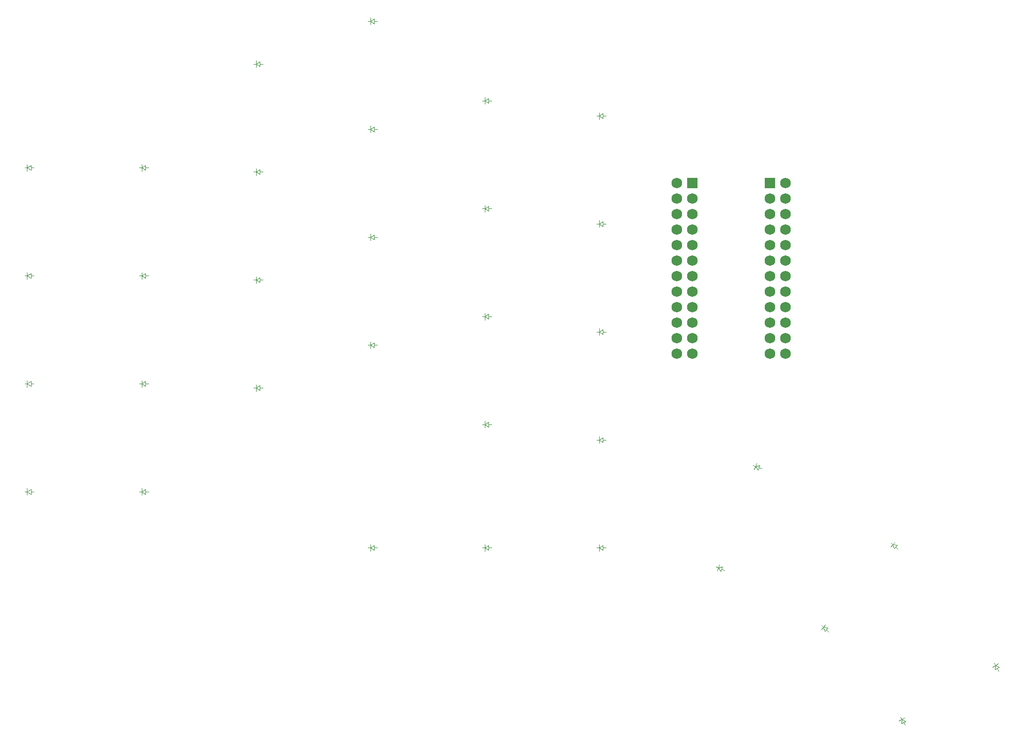
<source format=gbr>
%TF.GenerationSoftware,KiCad,Pcbnew,(6.0.8)*%
%TF.CreationDate,2022-10-04T18:24:03+02:00*%
%TF.ProjectId,board,626f6172-642e-46b6-9963-61645f706362,v1.0.0*%
%TF.SameCoordinates,Original*%
%TF.FileFunction,Legend,Bot*%
%TF.FilePolarity,Positive*%
%FSLAX46Y46*%
G04 Gerber Fmt 4.6, Leading zero omitted, Abs format (unit mm)*
G04 Created by KiCad (PCBNEW (6.0.8)) date 2022-10-04 18:24:03*
%MOMM*%
%LPD*%
G01*
G04 APERTURE LIST*
%ADD10C,0.100000*%
%ADD11R,1.752600X1.752600*%
%ADD12C,1.752600*%
G04 APERTURE END LIST*
D10*
%TO.C,D1*%
X18250000Y-4700000D02*
X18750000Y-4700000D01*
X18250000Y-5100000D02*
X17650000Y-4700000D01*
X18250000Y-4300000D02*
X18250000Y-5100000D01*
X17650000Y-4700000D02*
X18250000Y-4300000D01*
X17650000Y-4700000D02*
X17650000Y-5250000D01*
X17650000Y-4700000D02*
X17650000Y-4150000D01*
X17250000Y-4700000D02*
X17650000Y-4700000D01*
%TO.C,D2*%
X18250000Y12980000D02*
X18750000Y12980000D01*
X18250000Y12580000D02*
X17650000Y12980000D01*
X18250000Y13380000D02*
X18250000Y12580000D01*
X17650000Y12980000D02*
X18250000Y13380000D01*
X17650000Y12980000D02*
X17650000Y12430000D01*
X17650000Y12980000D02*
X17650000Y13530000D01*
X17250000Y12980000D02*
X17650000Y12980000D01*
%TO.C,D3*%
X18250000Y30660000D02*
X18750000Y30660000D01*
X18250000Y30260000D02*
X17650000Y30660000D01*
X18250000Y31060000D02*
X18250000Y30260000D01*
X17650000Y30660000D02*
X18250000Y31060000D01*
X17650000Y30660000D02*
X17650000Y30110000D01*
X17650000Y30660000D02*
X17650000Y31210000D01*
X17250000Y30660000D02*
X17650000Y30660000D01*
%TO.C,D4*%
X18250000Y48340000D02*
X18750000Y48340000D01*
X18250000Y47940000D02*
X17650000Y48340000D01*
X18250000Y48740000D02*
X18250000Y47940000D01*
X17650000Y48340000D02*
X18250000Y48740000D01*
X17650000Y48340000D02*
X17650000Y47790000D01*
X17650000Y48340000D02*
X17650000Y48890000D01*
X17250000Y48340000D02*
X17650000Y48340000D01*
%TO.C,D5*%
X36970000Y-4700000D02*
X37470000Y-4700000D01*
X36970000Y-5100000D02*
X36370000Y-4700000D01*
X36970000Y-4300000D02*
X36970000Y-5100000D01*
X36370000Y-4700000D02*
X36970000Y-4300000D01*
X36370000Y-4700000D02*
X36370000Y-5250000D01*
X36370000Y-4700000D02*
X36370000Y-4150000D01*
X35970000Y-4700000D02*
X36370000Y-4700000D01*
%TO.C,D6*%
X36970000Y12980000D02*
X37470000Y12980000D01*
X36970000Y12580000D02*
X36370000Y12980000D01*
X36970000Y13380000D02*
X36970000Y12580000D01*
X36370000Y12980000D02*
X36970000Y13380000D01*
X36370000Y12980000D02*
X36370000Y12430000D01*
X36370000Y12980000D02*
X36370000Y13530000D01*
X35970000Y12980000D02*
X36370000Y12980000D01*
%TO.C,D7*%
X36970000Y30660000D02*
X37470000Y30660000D01*
X36970000Y30260000D02*
X36370000Y30660000D01*
X36970000Y31060000D02*
X36970000Y30260000D01*
X36370000Y30660000D02*
X36970000Y31060000D01*
X36370000Y30660000D02*
X36370000Y30110000D01*
X36370000Y30660000D02*
X36370000Y31210000D01*
X35970000Y30660000D02*
X36370000Y30660000D01*
%TO.C,D8*%
X36970000Y48340000D02*
X37470000Y48340000D01*
X36970000Y47940000D02*
X36370000Y48340000D01*
X36970000Y48740000D02*
X36970000Y47940000D01*
X36370000Y48340000D02*
X36970000Y48740000D01*
X36370000Y48340000D02*
X36370000Y47790000D01*
X36370000Y48340000D02*
X36370000Y48890000D01*
X35970000Y48340000D02*
X36370000Y48340000D01*
%TO.C,D9*%
X55690000Y12300000D02*
X56190000Y12300000D01*
X55690000Y11900000D02*
X55090000Y12300000D01*
X55690000Y12700000D02*
X55690000Y11900000D01*
X55090000Y12300000D02*
X55690000Y12700000D01*
X55090000Y12300000D02*
X55090000Y11750000D01*
X55090000Y12300000D02*
X55090000Y12850000D01*
X54690000Y12300000D02*
X55090000Y12300000D01*
%TO.C,D10*%
X55690000Y29980000D02*
X56190000Y29980000D01*
X55690000Y29580000D02*
X55090000Y29980000D01*
X55690000Y30380000D02*
X55690000Y29580000D01*
X55090000Y29980000D02*
X55690000Y30380000D01*
X55090000Y29980000D02*
X55090000Y29430000D01*
X55090000Y29980000D02*
X55090000Y30530000D01*
X54690000Y29980000D02*
X55090000Y29980000D01*
%TO.C,D11*%
X55690000Y47660000D02*
X56190000Y47660000D01*
X55690000Y47260000D02*
X55090000Y47660000D01*
X55690000Y48060000D02*
X55690000Y47260000D01*
X55090000Y47660000D02*
X55690000Y48060000D01*
X55090000Y47660000D02*
X55090000Y47110000D01*
X55090000Y47660000D02*
X55090000Y48210000D01*
X54690000Y47660000D02*
X55090000Y47660000D01*
%TO.C,D12*%
X55690000Y65340000D02*
X56190000Y65340000D01*
X55690000Y64940000D02*
X55090000Y65340000D01*
X55690000Y65740000D02*
X55690000Y64940000D01*
X55090000Y65340000D02*
X55690000Y65740000D01*
X55090000Y65340000D02*
X55090000Y64790000D01*
X55090000Y65340000D02*
X55090000Y65890000D01*
X54690000Y65340000D02*
X55090000Y65340000D01*
%TO.C,D13*%
X74410000Y19300000D02*
X74910000Y19300000D01*
X74410000Y18900000D02*
X73810000Y19300000D01*
X74410000Y19700000D02*
X74410000Y18900000D01*
X73810000Y19300000D02*
X74410000Y19700000D01*
X73810000Y19300000D02*
X73810000Y18750000D01*
X73810000Y19300000D02*
X73810000Y19850000D01*
X73410000Y19300000D02*
X73810000Y19300000D01*
%TO.C,D14*%
X74410000Y36980000D02*
X74910000Y36980000D01*
X74410000Y36580000D02*
X73810000Y36980000D01*
X74410000Y37380000D02*
X74410000Y36580000D01*
X73810000Y36980000D02*
X74410000Y37380000D01*
X73810000Y36980000D02*
X73810000Y36430000D01*
X73810000Y36980000D02*
X73810000Y37530000D01*
X73410000Y36980000D02*
X73810000Y36980000D01*
%TO.C,D15*%
X74410000Y54660000D02*
X74910000Y54660000D01*
X74410000Y54260000D02*
X73810000Y54660000D01*
X74410000Y55060000D02*
X74410000Y54260000D01*
X73810000Y54660000D02*
X74410000Y55060000D01*
X73810000Y54660000D02*
X73810000Y54110000D01*
X73810000Y54660000D02*
X73810000Y55210000D01*
X73410000Y54660000D02*
X73810000Y54660000D01*
%TO.C,D16*%
X74410000Y72340000D02*
X74910000Y72340000D01*
X74410000Y71940000D02*
X73810000Y72340000D01*
X74410000Y72740000D02*
X74410000Y71940000D01*
X73810000Y72340000D02*
X74410000Y72740000D01*
X73810000Y72340000D02*
X73810000Y71790000D01*
X73810000Y72340000D02*
X73810000Y72890000D01*
X73410000Y72340000D02*
X73810000Y72340000D01*
%TO.C,D17*%
X93130000Y6300000D02*
X93630000Y6300000D01*
X93130000Y5900000D02*
X92530000Y6300000D01*
X93130000Y6700000D02*
X93130000Y5900000D01*
X92530000Y6300000D02*
X93130000Y6700000D01*
X92530000Y6300000D02*
X92530000Y5750000D01*
X92530000Y6300000D02*
X92530000Y6850000D01*
X92130000Y6300000D02*
X92530000Y6300000D01*
%TO.C,D18*%
X93130000Y23980000D02*
X93630000Y23980000D01*
X93130000Y23580000D02*
X92530000Y23980000D01*
X93130000Y24380000D02*
X93130000Y23580000D01*
X92530000Y23980000D02*
X93130000Y24380000D01*
X92530000Y23980000D02*
X92530000Y23430000D01*
X92530000Y23980000D02*
X92530000Y24530000D01*
X92130000Y23980000D02*
X92530000Y23980000D01*
%TO.C,D19*%
X93130000Y41660000D02*
X93630000Y41660000D01*
X93130000Y41260000D02*
X92530000Y41660000D01*
X93130000Y42060000D02*
X93130000Y41260000D01*
X92530000Y41660000D02*
X93130000Y42060000D01*
X92530000Y41660000D02*
X92530000Y41110000D01*
X92530000Y41660000D02*
X92530000Y42210000D01*
X92130000Y41660000D02*
X92530000Y41660000D01*
%TO.C,D20*%
X93130000Y59340000D02*
X93630000Y59340000D01*
X93130000Y58940000D02*
X92530000Y59340000D01*
X93130000Y59740000D02*
X93130000Y58940000D01*
X92530000Y59340000D02*
X93130000Y59740000D01*
X92530000Y59340000D02*
X92530000Y58790000D01*
X92530000Y59340000D02*
X92530000Y59890000D01*
X92130000Y59340000D02*
X92530000Y59340000D01*
%TO.C,D21*%
X111850000Y3800000D02*
X112350000Y3800000D01*
X111850000Y3400000D02*
X111250000Y3800000D01*
X111850000Y4200000D02*
X111850000Y3400000D01*
X111250000Y3800000D02*
X111850000Y4200000D01*
X111250000Y3800000D02*
X111250000Y3250000D01*
X111250000Y3800000D02*
X111250000Y4350000D01*
X110850000Y3800000D02*
X111250000Y3800000D01*
%TO.C,D22*%
X111850000Y21480000D02*
X112350000Y21480000D01*
X111850000Y21080000D02*
X111250000Y21480000D01*
X111850000Y21880000D02*
X111850000Y21080000D01*
X111250000Y21480000D02*
X111850000Y21880000D01*
X111250000Y21480000D02*
X111250000Y20930000D01*
X111250000Y21480000D02*
X111250000Y22030000D01*
X110850000Y21480000D02*
X111250000Y21480000D01*
%TO.C,D23*%
X111850000Y39160000D02*
X112350000Y39160000D01*
X111850000Y38760000D02*
X111250000Y39160000D01*
X111850000Y39560000D02*
X111850000Y38760000D01*
X111250000Y39160000D02*
X111850000Y39560000D01*
X111250000Y39160000D02*
X111250000Y38610000D01*
X111250000Y39160000D02*
X111250000Y39710000D01*
X110850000Y39160000D02*
X111250000Y39160000D01*
%TO.C,D24*%
X111850000Y56840000D02*
X112350000Y56840000D01*
X111850000Y56440000D02*
X111250000Y56840000D01*
X111850000Y57240000D02*
X111850000Y56440000D01*
X111250000Y56840000D02*
X111850000Y57240000D01*
X111250000Y56840000D02*
X111250000Y56290000D01*
X111250000Y56840000D02*
X111250000Y57390000D01*
X110850000Y56840000D02*
X111250000Y56840000D01*
%TO.C,D25*%
X74410000Y-13880000D02*
X74910000Y-13880000D01*
X74410000Y-14280000D02*
X73810000Y-13880000D01*
X74410000Y-13480000D02*
X74410000Y-14280000D01*
X73810000Y-13880000D02*
X74410000Y-13480000D01*
X73810000Y-13880000D02*
X73810000Y-14430000D01*
X73810000Y-13880000D02*
X73810000Y-13330000D01*
X73410000Y-13880000D02*
X73810000Y-13880000D01*
%TO.C,D26*%
X93130000Y-13880000D02*
X93630000Y-13880000D01*
X93130000Y-14280000D02*
X92530000Y-13880000D01*
X93130000Y-13480000D02*
X93130000Y-14280000D01*
X92530000Y-13880000D02*
X93130000Y-13480000D01*
X92530000Y-13880000D02*
X92530000Y-14430000D01*
X92530000Y-13880000D02*
X92530000Y-13330000D01*
X92130000Y-13880000D02*
X92530000Y-13880000D01*
%TO.C,D27*%
X111850000Y-13880000D02*
X112350000Y-13880000D01*
X111850000Y-14280000D02*
X111250000Y-13880000D01*
X111850000Y-13480000D02*
X111850000Y-14280000D01*
X111250000Y-13880000D02*
X111850000Y-13480000D01*
X111250000Y-13880000D02*
X111250000Y-14430000D01*
X111250000Y-13880000D02*
X111250000Y-13330000D01*
X110850000Y-13880000D02*
X111250000Y-13880000D01*
%TO.C,D28*%
X131305723Y-17366805D02*
X131775569Y-17537815D01*
X131168915Y-17742682D02*
X130741908Y-17161593D01*
X131442531Y-16990928D02*
X131168915Y-17742682D01*
X130741908Y-17161593D02*
X131442531Y-16990928D01*
X130741908Y-17161593D02*
X130553797Y-17678424D01*
X130741908Y-17161593D02*
X130930019Y-16644762D01*
X130366031Y-17024785D02*
X130741908Y-17161593D01*
%TO.C,D29*%
X137352623Y-753105D02*
X137822469Y-924115D01*
X137215815Y-1128982D02*
X136788808Y-547893D01*
X137489431Y-377228D02*
X137215815Y-1128982D01*
X136788808Y-547893D02*
X137489431Y-377228D01*
X136788808Y-547893D02*
X136600697Y-1064724D01*
X136788808Y-547893D02*
X136976919Y-31062D01*
X136412931Y-411085D02*
X136788808Y-547893D01*
%TO.C,D30*%
X148395511Y-27297597D02*
X148778533Y-27618991D01*
X148138396Y-27604015D02*
X147935884Y-26911924D01*
X148652626Y-26991179D02*
X148138396Y-27604015D01*
X147935884Y-26911924D02*
X148652626Y-26991179D01*
X147935884Y-26911924D02*
X147582351Y-27333249D01*
X147935884Y-26911924D02*
X148289418Y-26490600D01*
X147629467Y-26654809D02*
X147935884Y-26911924D01*
%TO.C,D31*%
X159759911Y-13753997D02*
X160142933Y-14075391D01*
X159502796Y-14060415D02*
X159300284Y-13368324D01*
X160017026Y-13447579D02*
X159502796Y-14060415D01*
X159300284Y-13368324D02*
X160017026Y-13447579D01*
X159300284Y-13368324D02*
X158946751Y-13789649D01*
X159300284Y-13368324D02*
X159653818Y-12947000D01*
X158993867Y-13111209D02*
X159300284Y-13368324D01*
%TO.C,D32*%
X161058100Y-42474506D02*
X161308100Y-42907519D01*
X160711690Y-42674506D02*
X160758100Y-41954891D01*
X161404510Y-42274506D02*
X160711690Y-42674506D01*
X160758100Y-41954891D02*
X161404510Y-42274506D01*
X160758100Y-41954891D02*
X160281786Y-42229891D01*
X160758100Y-41954891D02*
X161234414Y-41679891D01*
X160558100Y-41608481D02*
X160758100Y-41954891D01*
%TO.C,D33*%
X176369400Y-33634506D02*
X176619400Y-34067519D01*
X176022990Y-33834506D02*
X176069400Y-33114891D01*
X176715810Y-33434506D02*
X176022990Y-33834506D01*
X176069400Y-33114891D02*
X176715810Y-33434506D01*
X176069400Y-33114891D02*
X175593086Y-33389891D01*
X176069400Y-33114891D02*
X176545714Y-32839891D01*
X175869400Y-32768481D02*
X176069400Y-33114891D01*
%TD*%
D11*
%TO.C,MCU1*%
X139220000Y45830000D03*
D12*
X139220000Y43290000D03*
X139220000Y40750000D03*
X139220000Y38210000D03*
X139220000Y35670000D03*
X139220000Y33130000D03*
X139220000Y30590000D03*
X139220000Y28050000D03*
X139220000Y25510000D03*
X139220000Y22970000D03*
X139220000Y20430000D03*
X139220000Y17890000D03*
X123980000Y45830000D03*
X123980000Y43290000D03*
X123980000Y40750000D03*
X123980000Y38210000D03*
X123980000Y35670000D03*
X123980000Y33130000D03*
X123980000Y30590000D03*
X123980000Y28050000D03*
X123980000Y25510000D03*
X123980000Y22970000D03*
X123980000Y20430000D03*
X123980000Y17890000D03*
%TD*%
D11*
%TO.C,MCU2*%
X126480000Y45830000D03*
D12*
X126480000Y43290000D03*
X126480000Y40750000D03*
X126480000Y38210000D03*
X126480000Y35670000D03*
X126480000Y33130000D03*
X126480000Y30590000D03*
X126480000Y28050000D03*
X126480000Y25510000D03*
X126480000Y22970000D03*
X126480000Y20430000D03*
X126480000Y17890000D03*
X141720000Y45830000D03*
X141720000Y43290000D03*
X141720000Y40750000D03*
X141720000Y38210000D03*
X141720000Y35670000D03*
X141720000Y33130000D03*
X141720000Y30590000D03*
X141720000Y28050000D03*
X141720000Y25510000D03*
X141720000Y22970000D03*
X141720000Y20430000D03*
X141720000Y17890000D03*
%TD*%
M02*

</source>
